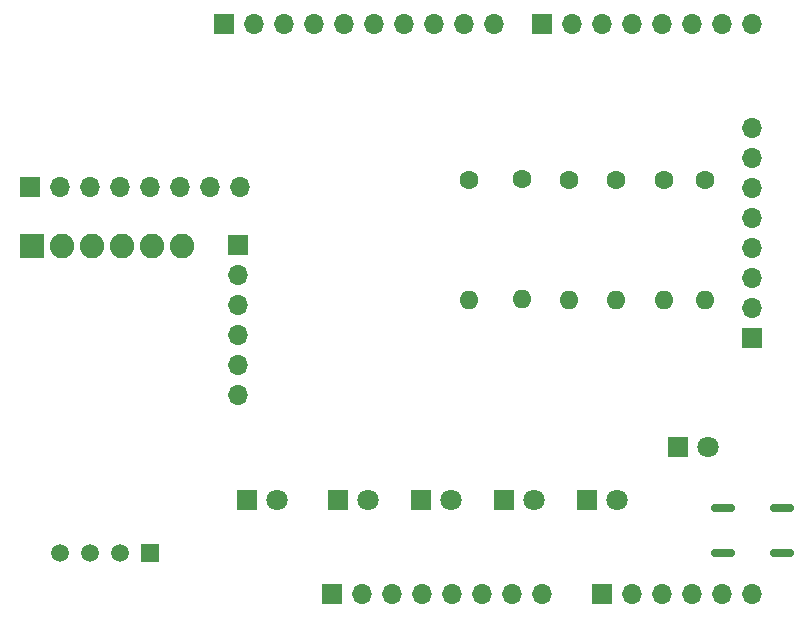
<source format=gbr>
%TF.GenerationSoftware,KiCad,Pcbnew,8.0.8*%
%TF.CreationDate,2025-03-13T23:14:19-06:00*%
%TF.ProjectId,final_project_payload,66696e61-6c5f-4707-926f-6a6563745f70,rev?*%
%TF.SameCoordinates,Original*%
%TF.FileFunction,Soldermask,Top*%
%TF.FilePolarity,Negative*%
%FSLAX46Y46*%
G04 Gerber Fmt 4.6, Leading zero omitted, Abs format (unit mm)*
G04 Created by KiCad (PCBNEW 8.0.8) date 2025-03-13 23:14:19*
%MOMM*%
%LPD*%
G01*
G04 APERTURE LIST*
G04 Aperture macros list*
%AMRoundRect*
0 Rectangle with rounded corners*
0 $1 Rounding radius*
0 $2 $3 $4 $5 $6 $7 $8 $9 X,Y pos of 4 corners*
0 Add a 4 corners polygon primitive as box body*
4,1,4,$2,$3,$4,$5,$6,$7,$8,$9,$2,$3,0*
0 Add four circle primitives for the rounded corners*
1,1,$1+$1,$2,$3*
1,1,$1+$1,$4,$5*
1,1,$1+$1,$6,$7*
1,1,$1+$1,$8,$9*
0 Add four rect primitives between the rounded corners*
20,1,$1+$1,$2,$3,$4,$5,0*
20,1,$1+$1,$4,$5,$6,$7,0*
20,1,$1+$1,$6,$7,$8,$9,0*
20,1,$1+$1,$8,$9,$2,$3,0*%
G04 Aperture macros list end*
%ADD10R,1.700000X1.700000*%
%ADD11O,1.700000X1.700000*%
%ADD12C,1.500000*%
%ADD13R,1.500000X1.500000*%
%ADD14C,1.800000*%
%ADD15R,1.800000X1.800000*%
%ADD16RoundRect,0.150000X-0.825000X-0.150000X0.825000X-0.150000X0.825000X0.150000X-0.825000X0.150000X0*%
%ADD17O,1.600000X1.600000*%
%ADD18C,1.600000*%
%ADD19C,2.083600*%
%ADD20RoundRect,0.102000X0.939800X0.939800X-0.939800X0.939800X-0.939800X-0.939800X0.939800X-0.939800X0*%
G04 APERTURE END LIST*
D10*
%TO.C,J1*%
X127940000Y-97460000D03*
D11*
X130480000Y-97460000D03*
X133020000Y-97460000D03*
X135560000Y-97460000D03*
X138100000Y-97460000D03*
X140640000Y-97460000D03*
X143180000Y-97460000D03*
X145720000Y-97460000D03*
%TD*%
D10*
%TO.C,J3*%
X150800000Y-97460000D03*
D11*
X153340000Y-97460000D03*
X155880000Y-97460000D03*
X158420000Y-97460000D03*
X160960000Y-97460000D03*
X163500000Y-97460000D03*
%TD*%
D10*
%TO.C,J2*%
X118796000Y-49200000D03*
D11*
X121336000Y-49200000D03*
X123876000Y-49200000D03*
X126416000Y-49200000D03*
X128956000Y-49200000D03*
X131496000Y-49200000D03*
X134036000Y-49200000D03*
X136576000Y-49200000D03*
X139116000Y-49200000D03*
X141656000Y-49200000D03*
%TD*%
D10*
%TO.C,J4*%
X145720000Y-49200000D03*
D11*
X148260000Y-49200000D03*
X150800000Y-49200000D03*
X153340000Y-49200000D03*
X155880000Y-49200000D03*
X158420000Y-49200000D03*
X160960000Y-49200000D03*
X163500000Y-49200000D03*
%TD*%
D12*
%TO.C,U2*%
X104880000Y-94000000D03*
X107420000Y-94000000D03*
X109960000Y-94000000D03*
D13*
X112500000Y-94000000D03*
%TD*%
D14*
%TO.C,D6*%
X159765000Y-85000000D03*
D15*
X157225000Y-85000000D03*
%TD*%
D16*
%TO.C,U4*%
X166000000Y-90190000D03*
X166000000Y-94000000D03*
X161050000Y-94000000D03*
X161050000Y-90190000D03*
%TD*%
D14*
%TO.C,D5*%
X152040000Y-89500000D03*
D15*
X149500000Y-89500000D03*
%TD*%
D14*
%TO.C,D3*%
X138000000Y-89500000D03*
D15*
X135460000Y-89500000D03*
%TD*%
D11*
%TO.C,J6*%
X163500000Y-58000000D03*
X163500000Y-60540000D03*
X163500000Y-63080000D03*
X163500000Y-65620000D03*
X163500000Y-68160000D03*
X163500000Y-70700000D03*
X163500000Y-73240000D03*
D10*
X163500000Y-75780000D03*
%TD*%
D11*
%TO.C,J5*%
X120120000Y-63000000D03*
X117580000Y-63000000D03*
X115040000Y-63000000D03*
X112500000Y-63000000D03*
X109960000Y-63000000D03*
X107420000Y-63000000D03*
X104880000Y-63000000D03*
D10*
X102340000Y-63000000D03*
%TD*%
D17*
%TO.C,R3*%
X148000000Y-72580000D03*
D18*
X148000000Y-62420000D03*
%TD*%
D14*
%TO.C,D4*%
X145000000Y-89500000D03*
D15*
X142460000Y-89500000D03*
%TD*%
D10*
%TO.C,J7*%
X120000000Y-67880000D03*
D11*
X120000000Y-70420000D03*
X120000000Y-72960000D03*
X120000000Y-75500000D03*
X120000000Y-78040000D03*
X120000000Y-80580000D03*
%TD*%
D19*
%TO.C,U3*%
X115200000Y-68000000D03*
X112660000Y-68000000D03*
X110120000Y-68000000D03*
X107580000Y-68000000D03*
X105040000Y-68000000D03*
D20*
X102500000Y-68000000D03*
%TD*%
D14*
%TO.C,D1*%
X123265000Y-89500000D03*
D15*
X120725000Y-89500000D03*
%TD*%
D17*
%TO.C,R6*%
X159500000Y-72580000D03*
D18*
X159500000Y-62420000D03*
%TD*%
D17*
%TO.C,R2*%
X144000000Y-72500000D03*
D18*
X144000000Y-62340000D03*
%TD*%
D14*
%TO.C,D2*%
X131000000Y-89500000D03*
D15*
X128460000Y-89500000D03*
%TD*%
D17*
%TO.C,R4*%
X152000000Y-72580000D03*
D18*
X152000000Y-62420000D03*
%TD*%
D17*
%TO.C,R1*%
X139500000Y-72580000D03*
D18*
X139500000Y-62420000D03*
%TD*%
D17*
%TO.C,R5*%
X156000000Y-72580000D03*
D18*
X156000000Y-62420000D03*
%TD*%
M02*

</source>
